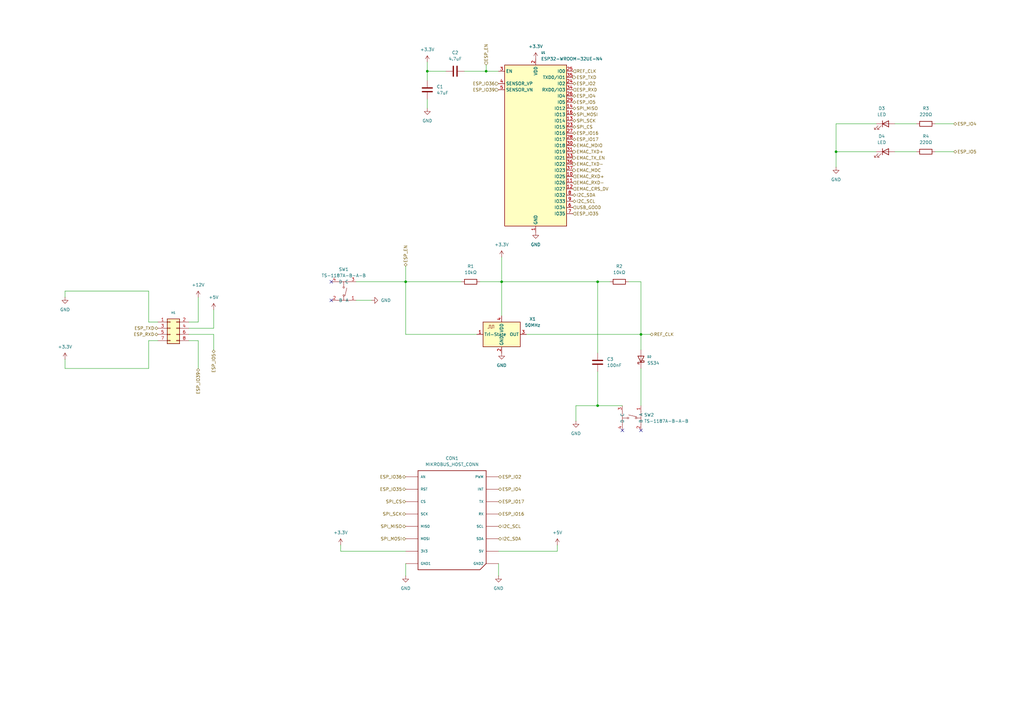
<source format=kicad_sch>
(kicad_sch (version 20231120) (generator "eeschema") (generator_version "8.0")
  (paper "A3")
  (lib_symbols
    (symbol "Connector_Generic:Conn_02x04_Odd_Even" (pin_names (offset 1.016) hide)
      (property "Reference" "J" (at 1.27 5.08 0))
      (property "Value" "Conn_02x04_Odd_Even" (at 1.27 -7.62 0))
      (symbol "Conn_02x04_Odd_Even_1_1"
        (rectangle (start -1.27 -4.953) (end 0 -5.207) (stroke (width 0.1524)))
        (rectangle (start -1.27 -2.413) (end 0 -2.667) (stroke (width 0.1524)))
        (rectangle (start -1.27 0.127) (end 0 -0.127) (stroke (width 0.1524)))
        (rectangle (start -1.27 2.667) (end 0 2.413) (stroke (width 0.1524)))
        (rectangle (start -1.27 3.81) (end 3.81 -6.35) (stroke (width 0.254)) (fill (type background)))
        (rectangle (start 3.81 -4.953) (end 2.54 -5.207) (stroke (width 0.1524)))
        (rectangle (start 3.81 -2.413) (end 2.54 -2.667) (stroke (width 0.1524)))
        (rectangle (start 3.81 0.127) (end 2.54 -0.127) (stroke (width 0.1524)))
        (rectangle (start 3.81 2.667) (end 2.54 2.413) (stroke (width 0.1524)))
        (pin passive line (at -5.08 2.54 0) (length 3.81) (name "Pin_1") (number "1"))
        (pin passive line (at 7.62 2.54 180) (length 3.81) (name "Pin_2") (number "2"))
        (pin passive line (at -5.08 0 0) (length 3.81) (name "Pin_3") (number "3"))
        (pin passive line (at 7.62 0 180) (length 3.81) (name "Pin_4") (number "4"))
        (pin passive line (at -5.08 -2.54 0) (length 3.81) (name "Pin_5") (number "5"))
        (pin passive line (at 7.62 -2.54 180) (length 3.81) (name "Pin_6") (number "6"))
        (pin passive line (at -5.08 -5.08 0) (length 3.81) (name "Pin_7") (number "7"))
        (pin passive line (at 7.62 -5.08 180) (length 3.81) (name "Pin_8") (number "8"))
      )
    )
    (symbol "Device:C" (pin_numbers hide) (pin_names (offset 0.254))
      (property "Reference" "C" (at 0.635 2.54 0))
      (property "Value" "C" (at 0.635 -2.54 0))
      (symbol "C_0_1"
        (polyline (pts (xy -2.032 -0.762) (xy 2.032 -0.762)) (stroke (width 0.508)))
        (polyline (pts (xy -2.032 0.762) (xy 2.032 0.762)) (stroke (width 0.508)))
      )
      (symbol "C_1_1"
        (pin passive line (at 0 3.81 270) (length 2.794) (name "~") (number "1"))
        (pin passive line (at 0 -3.81 90) (length 2.794) (name "~") (number "2"))
      )
    )
    (symbol "Device:LED" (pin_numbers hide) (pin_names (offset 1.016) hide)
      (property "Reference" "D" (at 0 2.54 0))
      (property "Value" "LED" (at 0 -2.54 0))
      (symbol "LED_0_1"
        (polyline (pts (xy -1.27 -1.27) (xy -1.27 1.27)) (stroke (width 0.254)))
        (polyline (pts (xy -1.27 0) (xy 1.27 0)))
        (polyline (pts (xy 1.27 -1.27) (xy 1.27 1.27) (xy -1.27 0) (xy 1.27 -1.27)) (stroke (width 0.254)))
        (polyline (pts (xy -3.048 -0.762) (xy -4.572 -2.286) (xy -3.81 -2.286) (xy -4.572 -2.286) (xy -4.572 -1.524)))
        (polyline (pts (xy -1.778 -0.762) (xy -3.302 -2.286) (xy -2.54 -2.286) (xy -3.302 -2.286) (xy -3.302 -1.524)))
      )
      (symbol "LED_1_1"
        (pin passive line (at -3.81 0 0) (length 2.54) (name "K") (number "1"))
        (pin passive line (at 3.81 0 180) (length 2.54) (name "A") (number "2"))
      )
    )
    (symbol "Device:R" (pin_numbers hide) (pin_names (offset 0))
      (property "Reference" "R" (at 2.032 0 90))
      (property "Value" "R" (at 0 0 90))
      (symbol "R_0_1"
        (rectangle (start -1.016 -2.54) (end 1.016 2.54) (stroke (width 0.254)))
      )
      (symbol "R_1_1"
        (pin passive line (at 0 3.81 270) (length 1.27) (name "~") (number "1"))
        (pin passive line (at 0 -3.81 90) (length 1.27) (name "~") (number "2"))
      )
    )
    (symbol "Library:TS-1187A-B-A-B"
      (property "Reference" "SW" (at 0 7.62 0))
      (property "Value" "TS-1187A-B-A-B" (at 0 -10.16 0))
      (symbol "TS-1187A-B-A-B_0_1"
        (circle (center 0 -2.79) (radius 0.32))
        (polyline (pts (xy -2.54 -5.08) (xy 2.54 -5.08)))
        (polyline (pts (xy -2.54 2.54) (xy 2.54 2.54)))
        (polyline (pts (xy -0.51 0.76) (xy -1.27 -2.54)))
        (polyline (pts (xy 0 -3.3) (xy 0 -5.08)))
        (polyline (pts (xy 0 0.76) (xy 0 2.54)))
        (circle (center 0 0.51) (radius 0.32))
        (pin unspecified line (at -5.08 2.54 0) (length 2.54) (name "A") (number "1"))
        (pin unspecified line (at 5.08 2.54 180) (length 2.54) (name "B") (number "2"))
        (pin unspecified line (at -5.08 -5.08 0) (length 2.54) (name "C") (number "3"))
        (pin unspecified line (at 5.08 -5.08 180) (length 2.54) (name "D") (number "4"))
      )
    )
    (symbol "Oscillator:ASCO"
      (property "Reference" "X" (at -7.62 6.35 0))
      (property "Value" "ASCO" (at 1.27 -6.35 0))
      (symbol "ASCO_0_1"
        (rectangle (start -7.62 5.08) (end 7.62 -5.08) (stroke (width 0.254)) (fill (type background)))
        (polyline (pts (xy -5.715 2.54) (xy -5.08 2.54) (xy -5.08 3.81) (xy -4.445 3.81) (xy -4.445 2.54) (xy -3.81 2.54) (xy -3.81 3.81) (xy -3.175 3.81) (xy -3.175 2.54)))
      )
      (symbol "ASCO_1_1"
        (pin input line (at -10.16 0 0) (length 2.54) (name "Tri-State") (number "1"))
        (pin power_in line (at 0 -7.62 90) (length 2.54) (name "GND") (number "2"))
        (pin output line (at 10.16 0 180) (length 2.54) (name "OUT") (number "3"))
        (pin power_in line (at 0 7.62 270) (length 2.54) (name "VDD") (number "4"))
      )
    )
    (symbol "RF_Module:ESP32-WROOM-32UE"
      (property "Reference" "U" (at -12.7 34.29 0))
      (property "Value" "ESP32-WROOM-32UE" (at 1.27 34.29 0))
      (symbol "ESP32-WROOM-32UE_0_1"
        (rectangle (start -12.7 33.02) (end 12.7 -33.02) (stroke (width 0.254)) (fill (type background)))
      )
      (symbol "ESP32-WROOM-32UE_1_1"
        (pin power_in line (at 0 -35.56 90) (length 2.54) (name "GND") (number "1"))
        (pin bidirectional line (at 15.24 -12.7 180) (length 2.54) (name "IO25") (number "10"))
        (pin bidirectional line (at 15.24 -15.24 180) (length 2.54) (name "IO26") (number "11"))
        (pin bidirectional line (at 15.24 -17.78 180) (length 2.54) (name "IO27") (number "12"))
        (pin bidirectional line (at 15.24 10.16 180) (length 2.54) (name "IO14") (number "13"))
        (pin bidirectional line (at 15.24 15.24 180) (length 2.54) (name "IO12") (number "14"))
        (pin passive line (at 0 -35.56 90) (length 2.54) hide (name "GND") (number "15"))
        (pin bidirectional line (at 15.24 12.7 180) (length 2.54) (name "IO13") (number "16"))
        (pin no_connect line (at -12.7 -5.08 0) (length 2.54) hide (name "NC") (number "17"))
        (pin no_connect line (at -12.7 -7.62 0) (length 2.54) hide (name "NC") (number "18"))
        (pin no_connect line (at -12.7 -12.7 0) (length 2.54) hide (name "NC") (number "19"))
        (pin power_in line (at 0 35.56 270) (length 2.54) (name "VDD") (number "2"))
        (pin no_connect line (at -12.7 -10.16 0) (length 2.54) hide (name "NC") (number "20"))
        (pin no_connect line (at -12.7 0 0) (length 2.54) hide (name "NC") (number "21"))
        (pin no_connect line (at -12.7 -2.54 0) (length 2.54) hide (name "NC") (number "22"))
        (pin bidirectional line (at 15.24 7.62 180) (length 2.54) (name "IO15") (number "23"))
        (pin bidirectional line (at 15.24 25.4 180) (length 2.54) (name "IO2") (number "24"))
        (pin bidirectional line (at 15.24 30.48 180) (length 2.54) (name "IO0") (number "25"))
        (pin bidirectional line (at 15.24 20.32 180) (length 2.54) (name "IO4") (number "26"))
        (pin bidirectional line (at 15.24 5.08 180) (length 2.54) (name "IO16") (number "27"))
        (pin bidirectional line (at 15.24 2.54 180) (length 2.54) (name "IO17") (number "28"))
        (pin bidirectional line (at 15.24 17.78 180) (length 2.54) (name "IO5") (number "29"))
        (pin input line (at -15.24 30.48 0) (length 2.54) (name "EN") (number "3"))
        (pin bidirectional line (at 15.24 0 180) (length 2.54) (name "IO18") (number "30"))
        (pin bidirectional line (at 15.24 -2.54 180) (length 2.54) (name "IO19") (number "31"))
        (pin no_connect line (at -12.7 -27.94 0) (length 2.54) hide (name "NC") (number "32"))
        (pin bidirectional line (at 15.24 -5.08 180) (length 2.54) (name "IO21") (number "33"))
        (pin bidirectional line (at 15.24 22.86 180) (length 2.54) (name "RXD0/IO3") (number "34"))
        (pin bidirectional line (at 15.24 27.94 180) (length 2.54) (name "TXD0/IO1") (number "35"))
        (pin bidirectional line (at 15.24 -7.62 180) (length 2.54) (name "IO22") (number "36"))
        (pin bidirectional line (at 15.24 -10.16 180) (length 2.54) (name "IO23") (number "37"))
        (pin passive line (at 0 -35.56 90) (length 2.54) hide (name "GND") (number "38"))
        (pin passive line (at 0 -35.56 90) (length 2.54) hide (name "GND") (number "39"))
        (pin input line (at -15.24 25.4 0) (length 2.54) (name "SENSOR_VP") (number "4"))
        (pin input line (at -15.24 22.86 0) (length 2.54) (name "SENSOR_VN") (number "5"))
        (pin input line (at 15.24 -25.4 180) (length 2.54) (name "IO34") (number "6"))
        (pin input line (at 15.24 -27.94 180) (length 2.54) (name "IO35") (number "7"))
        (pin bidirectional line (at 15.24 -20.32 180) (length 2.54) (name "IO32") (number "8"))
        (pin bidirectional line (at 15.24 -22.86 180) (length 2.54) (name "IO33") (number "9"))
      )
    )
    (symbol "SS34_1" (pin_numbers hide) (pin_names (offset 1.016) hide)
      (property "Reference" "D" (at 0 2.54 0))
      (property "Value" "SS34" (at 0 -2.54 0))
      (symbol "SS34_1_0_1"
        (polyline (pts (xy 1.27 0) (xy -1.27 0)))
        (polyline (pts (xy 1.27 1.27) (xy 1.27 -1.27) (xy -1.27 0) (xy 1.27 1.27)) (stroke (width 0.254)))
        (polyline (pts (xy -1.905 0.635) (xy -1.905 1.27) (xy -1.27 1.27) (xy -1.27 -1.27) (xy -0.635 -1.27) (xy -0.635 -0.635)) (stroke (width 0.254)))
      )
      (symbol "SS34_1_1_1"
        (pin passive line (at -3.81 0 0) (length 2.54) (name "K") (number "1"))
        (pin passive line (at 3.81 0 180) (length 2.54) (name "A") (number "2"))
      )
    )
    (symbol "mikroBUS:MIKROBUS_MODULE_CONN" (pin_numbers hide) (pin_names (offset 1.016))
      (property "Reference" "CON" (at 10.16 38.1 0))
      (property "Value" "MIKROBUS_MODULE_CONN" (at 2.54 3.81 0))
      (symbol "MIKROBUS_MODULE_CONN_0_0"
        (polyline (pts (xy 0 0) (xy 0 40.64)) (stroke (width 0.254)))
        (polyline (pts (xy 0 40.64) (xy 27.94 40.64)) (stroke (width 0.254)))
        (polyline (pts (xy 25.4 0) (xy 0 0)) (stroke (width 0.254)))
        (polyline (pts (xy 27.94 2.54) (xy 25.4 0)) (stroke (width 0.254)))
        (polyline (pts (xy 27.94 40.64) (xy 27.94 2.54)) (stroke (width 0.254)))
        (pin bidirectional line (at -5.08 38.1 0) (length 5.08) (name "AN") (number "P1"))
        (pin power_in line (at 33.02 7.62 180) (length 5.08) (name "5V") (number "P10"))
        (pin bidirectional line (at 33.02 12.7 180) (length 5.08) (name "SDA") (number "P11"))
        (pin bidirectional line (at 33.02 17.78 180) (length 5.08) (name "SCL") (number "P12"))
        (pin bidirectional line (at 33.02 22.86 180) (length 5.08) (name "RX") (number "P13"))
        (pin bidirectional line (at 33.02 27.94 180) (length 5.08) (name "TX") (number "P14"))
        (pin bidirectional line (at 33.02 33.02 180) (length 5.08) (name "INT") (number "P15"))
        (pin bidirectional line (at 33.02 38.1 180) (length 5.08) (name "PWM") (number "P16"))
        (pin bidirectional line (at -5.08 33.02 0) (length 5.08) (name "RST") (number "P2"))
        (pin bidirectional line (at -5.08 27.94 0) (length 5.08) (name "CS") (number "P3"))
        (pin bidirectional line (at -5.08 22.86 0) (length 5.08) (name "SCK") (number "P4"))
        (pin bidirectional line (at -5.08 17.78 0) (length 5.08) (name "MISO") (number "P5"))
        (pin bidirectional line (at -5.08 12.7 0) (length 5.08) (name "MOSI") (number "P6"))
        (pin power_in line (at -5.08 7.62 0) (length 5.08) (name "3V3") (number "P7"))
        (pin bidirectional line (at -5.08 2.54 0) (length 5.08) (name "GND1") (number "P8"))
        (pin bidirectional line (at 33.02 2.54 180) (length 5.08) (name "GND2") (number "P9"))
      )
    )
    (symbol "power:+12V" (power) (pin_numbers hide) (pin_names (offset 0) hide)
      (property "Value" "+12V" (at 0 3.556 0))
      (symbol "+12V_0_1"
        (polyline (pts (xy -0.762 1.27) (xy 0 2.54)))
        (polyline (pts (xy 0 0) (xy 0 2.54)))
        (polyline (pts (xy 0 2.54) (xy 0.762 1.27)))
      )
      (symbol "+12V_1_1"
        (pin power_in line (at 0 0 90) (length 0) (name "~") (number "1"))
      )
    )
    (symbol "power:+3.3V" (power) (pin_numbers hide) (pin_names (offset 0) hide)
      (property "Value" "+3.3V" (at 0 3.556 0))
      (symbol "+3.3V_0_1"
        (polyline (pts (xy -0.762 1.27) (xy 0 2.54)))
        (polyline (pts (xy 0 0) (xy 0 2.54)))
        (polyline (pts (xy 0 2.54) (xy 0.762 1.27)))
      )
      (symbol "+3.3V_1_1"
        (pin power_in line (at 0 0 90) (length 0) (name "~") (number "1"))
      )
    )
    (symbol "power:+5V" (power) (pin_numbers hide) (pin_names (offset 0) hide)
      (property "Value" "+5V" (at 0 3.556 0))
      (symbol "+5V_0_1"
        (polyline (pts (xy -0.762 1.27) (xy 0 2.54)))
        (polyline (pts (xy 0 0) (xy 0 2.54)))
        (polyline (pts (xy 0 2.54) (xy 0.762 1.27)))
      )
      (symbol "+5V_1_1"
        (pin power_in line (at 0 0 90) (length 0) (name "~") (number "1"))
      )
    )
    (symbol "power:GND" (power) (pin_numbers hide) (pin_names (offset 0) hide)
      (property "Value" "GND" (at 0 -3.81 0))
      (symbol "GND_0_1"
        (polyline (pts (xy 0 0) (xy 0 -1.27) (xy 1.27 -1.27) (xy 0 -2.54) (xy -1.27 -1.27) (xy 0 -1.27)))
      )
      (symbol "GND_1_1"
        (pin power_in line (at 0 0 270) (length 0) (name "~") (number "1"))
      )
    )
  )
  (junction (at 262.89 137.16))
  (junction (at 175.26 29.21))
  (junction (at 199.39 29.21))
  (junction (at 166.37 115.57))
  (junction (at 245.11 115.57))
  (junction (at 342.9 62.23))
  (junction (at 205.74 115.57))
  (junction (at 245.11 166.37))
  (no_connect (at 255.27 176.53))
  (no_connect (at 262.89 176.53))
  (no_connect (at 135.89 123.19))
  (no_connect (at 135.89 115.57))
  (wire (pts (xy 175.26 33.02) (xy 175.26 29.21)))
  (wire (pts (xy 166.37 115.57) (xy 166.37 109.22)))
  (wire (pts (xy 77.47 137.16) (xy 87.63 137.16)))
  (wire (pts (xy 60.96 119.38) (xy 60.96 132.08)))
  (wire (pts (xy 367.03 62.23) (xy 375.92 62.23)))
  (wire (pts (xy 166.37 236.22) (xy 166.37 231.14)))
  (wire (pts (xy 175.26 29.21) (xy 182.88 29.21)))
  (wire (pts (xy 166.37 115.57) (xy 189.23 115.57)))
  (wire (pts (xy 152.4 123.19) (xy 146.05 123.19)))
  (wire (pts (xy 262.89 137.16) (xy 262.89 143.51)))
  (wire (pts (xy 205.74 105.41) (xy 205.74 115.57)))
  (wire (pts (xy 245.11 166.37) (xy 236.22 166.37)))
  (wire (pts (xy 175.26 25.4) (xy 175.26 29.21)))
  (wire (pts (xy 245.11 115.57) (xy 245.11 144.78)))
  (wire (pts (xy 26.67 151.13) (xy 26.67 147.32)))
  (wire (pts (xy 166.37 137.16) (xy 195.58 137.16)))
  (wire (pts (xy 77.47 134.62) (xy 87.63 134.62)))
  (wire (pts (xy 228.6 226.06) (xy 204.47 226.06)))
  (wire (pts (xy 199.39 26.67) (xy 199.39 29.21)))
  (wire (pts (xy 175.26 44.45) (xy 175.26 40.64)))
  (wire (pts (xy 342.9 68.58) (xy 342.9 62.23)))
  (wire (pts (xy 87.63 143.51) (xy 87.63 137.16)))
  (wire (pts (xy 215.9 137.16) (xy 262.89 137.16)))
  (wire (pts (xy 342.9 62.23) (xy 342.9 50.8)))
  (wire (pts (xy 204.47 236.22) (xy 204.47 231.14)))
  (wire (pts (xy 205.74 115.57) (xy 205.74 129.54)))
  (wire (pts (xy 245.11 152.4) (xy 245.11 166.37)))
  (wire (pts (xy 228.6 223.52) (xy 228.6 226.06)))
  (wire (pts (xy 359.41 62.23) (xy 342.9 62.23)))
  (wire (pts (xy 26.67 121.92) (xy 26.67 119.38)))
  (wire (pts (xy 77.47 139.7) (xy 81.28 139.7)))
  (wire (pts (xy 342.9 50.8) (xy 359.41 50.8)))
  (wire (pts (xy 87.63 127) (xy 87.63 134.62)))
  (wire (pts (xy 139.7 226.06) (xy 166.37 226.06)))
  (wire (pts (xy 81.28 121.92) (xy 81.28 132.08)))
  (wire (pts (xy 236.22 172.72) (xy 236.22 166.37)))
  (wire (pts (xy 250.19 115.57) (xy 245.11 115.57)))
  (wire (pts (xy 262.89 137.16) (xy 266.7 137.16)))
  (wire (pts (xy 262.89 137.16) (xy 262.89 115.57)))
  (wire (pts (xy 255.27 166.37) (xy 245.11 166.37)))
  (wire (pts (xy 205.74 115.57) (xy 245.11 115.57)))
  (wire (pts (xy 77.47 132.08) (xy 81.28 132.08)))
  (wire (pts (xy 262.89 151.13) (xy 262.89 166.37)))
  (wire (pts (xy 139.7 223.52) (xy 139.7 226.06)))
  (wire (pts (xy 146.05 115.57) (xy 166.37 115.57)))
  (wire (pts (xy 60.96 132.08) (xy 64.77 132.08)))
  (wire (pts (xy 26.67 119.38) (xy 60.96 119.38)))
  (wire (pts (xy 166.37 115.57) (xy 166.37 137.16)))
  (wire (pts (xy 196.85 115.57) (xy 205.74 115.57)))
  (wire (pts (xy 190.5 29.21) (xy 199.39 29.21)))
  (wire (pts (xy 383.54 62.23) (xy 391.16 62.23)))
  (wire (pts (xy 60.96 151.13) (xy 60.96 139.7)))
  (wire (pts (xy 375.92 50.8) (xy 367.03 50.8)))
  (wire (pts (xy 81.28 139.7) (xy 81.28 151.13)))
  (wire (pts (xy 60.96 151.13) (xy 26.67 151.13)))
  (wire (pts (xy 262.89 115.57) (xy 257.81 115.57)))
  (wire (pts (xy 199.39 29.21) (xy 204.47 29.21)))
  (wire (pts (xy 383.54 50.8) (xy 391.16 50.8)))
  (wire (pts (xy 60.96 139.7) (xy 64.77 139.7)))
  (hierarchical_label "EMAC_TX_EN" (shape output) (at 234.95 64.77 0))
  (hierarchical_label "ESP_EN" (shape input) (at 199.39 26.67 90))
  (hierarchical_label "SPI_MOSI" (shape bidirectional) (at 166.37 220.98 180))
  (hierarchical_label "ESP_IO36" (shape input) (at 204.47 34.29 180))
  (hierarchical_label "ESP_IO4" (shape bidirectional) (at 234.95 39.37 0))
  (hierarchical_label "EMAC_MDIO" (shape bidirectional) (at 234.95 59.69 0))
  (hierarchical_label "ESP_IO5" (shape bidirectional) (at 234.95 41.91 0))
  (hierarchical_label "ESP_IO5" (shape bidirectional) (at 391.16 62.23 0))
  (hierarchical_label "ESP_RXD" (shape bidirectional) (at 64.77 137.16 180))
  (hierarchical_label "SPI_SCK" (shape bidirectional) (at 166.37 210.82 180))
  (hierarchical_label "I2C_SCL" (shape bidirectional) (at 204.47 215.9 0))
  (hierarchical_label "ESP_IO36" (shape bidirectional) (at 166.37 195.58 180))
  (hierarchical_label "ESP_IO16" (shape bidirectional) (at 204.47 210.82 0))
  (hierarchical_label "EMAC_TXD-" (shape output) (at 234.95 67.31 0))
  (hierarchical_label "ESP_RXD" (shape input) (at 234.95 36.83 0))
  (hierarchical_label "ESP_IO5" (shape bidirectional) (at 87.63 143.51 270))
  (hierarchical_label "EMAC_MDC" (shape output) (at 234.95 69.85 0))
  (hierarchical_label "SPI_SCK" (shape bidirectional) (at 234.95 49.53 0))
  (hierarchical_label "ESP_IO16" (shape bidirectional) (at 234.95 54.61 0))
  (hierarchical_label "SPI_MISO" (shape bidirectional) (at 234.95 44.45 0))
  (hierarchical_label "EMAC_RXD+" (shape input) (at 234.95 72.39 0))
  (hierarchical_label "I2C_SDA" (shape bidirectional) (at 234.95 80.01 0))
  (hierarchical_label "ESP_IO35" (shape input) (at 234.95 87.63 0))
  (hierarchical_label "I2C_SDA" (shape bidirectional) (at 204.47 220.98 0))
  (hierarchical_label "SPI_MOSI" (shape bidirectional) (at 234.95 46.99 0))
  (hierarchical_label "EMAC_TXD+" (shape output) (at 234.95 62.23 0))
  (hierarchical_label "ESP_IO17" (shape bidirectional) (at 234.95 57.15 0))
  (hierarchical_label "EMAC_CRS_DV" (shape input) (at 234.95 77.47 0))
  (hierarchical_label "SPI_CS" (shape bidirectional) (at 166.37 205.74 180))
  (hierarchical_label "ESP_IO39" (shape bidirectional) (at 81.28 151.13 270))
  (hierarchical_label "ESP_IO4" (shape bidirectional) (at 391.16 50.8 0))
  (hierarchical_label "USB_GOOD" (shape input) (at 234.95 85.09 0))
  (hierarchical_label "SPI_CS" (shape bidirectional) (at 234.95 52.07 0))
  (hierarchical_label "ESP_TXD" (shape output) (at 234.95 31.75 0))
  (hierarchical_label "ESP_IO2" (shape bidirectional) (at 204.47 195.58 0))
  (hierarchical_label "ESP_EN" (shape bidirectional) (at 166.37 109.22 90))
  (hierarchical_label "SPI_MISO" (shape bidirectional) (at 166.37 215.9 180))
  (hierarchical_label "I2C_SCL" (shape bidirectional) (at 234.95 82.55 0))
  (hierarchical_label "ESP_IO4" (shape bidirectional) (at 204.47 200.66 0))
  (hierarchical_label "ESP_TXD" (shape bidirectional) (at 64.77 134.62 180))
  (hierarchical_label "REF_CLK" (shape bidirectional) (at 266.7 137.16 0))
  (hierarchical_label "EMAC_RXD-" (shape input) (at 234.95 74.93 0))
  (hierarchical_label "REF_CLK" (shape input) (at 234.95 29.21 0))
  (hierarchical_label "ESP_IO17" (shape bidirectional) (at 204.47 205.74 0))
  (hierarchical_label "ESP_IO39" (shape input) (at 204.47 36.83 180))
  (hierarchical_label "ESP_IO2" (shape bidirectional) (at 234.95 34.29 0))
  (hierarchical_label "ESP_IO35" (shape bidirectional) (at 166.37 200.66 180))
  (symbol (lib_id "power:GND") (at 152.4 123.19 90) (unit 1)
    (property "Reference" "#PWR06" (effects (hide yes)))
    (property "Value" "GND" (at 156.21 123.1899 90) (effects (justify right)))
    (property "Description" "Power symbol creates a global label with name \"GND\" , ground" (effects (hide yes)))
  )
  (symbol (lib_id "Library:TS-1187A-B-A-B") (at 140.97 120.65 180) (unit 1)
    (property "Reference" "SW1" (at 140.97 110.49 0))
    (property "Value" "TS-1187A-B-A-B" (at 140.97 113.03 0))
    (property "Footprint" "Library:SW-SMD_4P-L5.1-W5.1-P3.70-LS6.5-TL-2" (effects (hide yes)))
    (property "Datasheet" "https://lcsc.com/product-detail/Tactile-Switches_XKB-Enterprise-TS-1187-B-A-A_C318884.html" (effects (hide yes)))
    (property "Manufacturer Part" "Reset Switch" (effects (hide yes)))
    (property "LCSC" "C318884" (effects (hide yes)))
    (property "LCSC Part" "C318884" (effects (hide yes)))
  )
  (symbol (lib_id "power:+5V") (at 228.6 223.52 0) (unit 1)
    (property "Reference" "#PWR015" (effects (hide yes)))
    (property "Value" "+5V" (at 228.6 218.44 0))
    (property "Description" "Power symbol creates a global label with name \"+5V\"" (effects (hide yes)))
  )
  (symbol (lib_id "power:GND") (at 219.71 95.25 0) (unit 1)
    (property "Reference" "#PWR014" (effects (hide yes)))
    (property "Value" "GND" (at 219.71 100.33 0))
    (property "Description" "Power symbol creates a global label with name \"GND\" , ground" (effects (hide yes)))
  )
  (symbol (lib_name "SS34_1") (lib_id "Diode:SS34") (at 262.89 147.32 90) (unit 1)
    (property "Reference" "D2" (at 265.43 146.3674 90) (effects (font (size 0.8382 0.8382)) (justify right)))
    (property "Value" "SS34" (at 265.43 148.9074 90) (effects (justify right)))
    (property "Footprint" "Diode_SMD:D_SMA" (effects (hide yes)))
    (property "Datasheet" "https://www.vishay.com/docs/88751/ss32.pdf" (effects (hide yes)))
    (property "Description" "40V 3A Schottky Diode, SMA" (effects (hide yes)))
    (property "LCSC" "C8678" (effects (hide yes)))
  )
  (symbol (lib_id "power:GND") (at 26.67 121.92 0) (unit 1)
    (property "Reference" "#PWR01" (effects (hide yes)))
    (property "Value" "GND" (at 26.67 127 0))
    (property "Description" "Power symbol creates a global label with name \"GND\" , ground" (effects (hide yes)))
  )
  (symbol (lib_id "power:GND") (at 166.37 236.22 0) (unit 1)
    (property "Reference" "#PWR07" (effects (hide yes)))
    (property "Value" "GND" (at 166.37 241.3 0))
    (property "Description" "Power symbol creates a global label with name \"GND\" , ground" (effects (hide yes)))
  )
  (symbol (lib_id "Device:C") (at 175.26 36.83 0) (unit 1)
    (property "Reference" "C1" (at 179.07 35.5599 0) (effects (justify left)))
    (property "Value" "47uF" (at 179.07 38.0999 0) (effects (justify left)))
    (property "Footprint" "Capacitor_SMD:C_0805_2012Metric" (effects (hide yes)))
    (property "Description" "Unpolarized capacitor" (effects (hide yes)))
  )
  (symbol (lib_id "Device:LED") (at 363.22 50.8 0) (unit 1)
    (property "Reference" "D3" (at 361.6325 44.45 0))
    (property "Value" "LED" (at 361.6325 46.99 0))
    (property "Footprint" "LED_SMD:LED_0805_2012Metric" (effects (hide yes)))
    (property "Description" "Light emitting diode" (effects (hide yes)))
    (property "LCSC" "C34499" (effects (hide yes)))
  )
  (symbol (lib_id "power:GND") (at 236.22 172.72 0) (unit 1)
    (property "Reference" "#PWR016" (effects (hide yes)))
    (property "Value" "GND" (at 236.22 177.8 0))
    (property "Description" "Power symbol creates a global label with name \"GND\" , ground" (effects (hide yes)))
  )
  (symbol (lib_id "Device:LED") (at 363.22 62.23 0) (unit 1)
    (property "Reference" "D4" (at 361.6325 55.88 0))
    (property "Value" "LED" (at 361.6325 58.42 0))
    (property "Footprint" "LED_SMD:LED_0805_2012Metric" (effects (hide yes)))
    (property "Description" "Light emitting diode" (effects (hide yes)))
    (property "LCSC" "C34499" (effects (hide yes)))
  )
  (symbol (lib_id "Oscillator:ASCO") (at 205.74 137.16 0) (unit 1)
    (property "Reference" "X1" (at 218.44 130.8414 0))
    (property "Value" "50MHz" (at 218.44 133.3814 0))
    (property "Footprint" "Crystal:Crystal_SMD_3225-4Pin_3.2x2.5mm" (effects (hide yes)))
    (property "Datasheet" "https://abracon.com/Oscillators/ASCO.pdf" (effects (hide yes)))
    (property "Description" "Crystal Clock Oscillator, Abracon ASCO" (effects (hide yes)))
    (property "LCSC" "C717684" (effects (hide yes)))
  )
  (symbol (lib_id "Library:TS-1187A-B-A-B") (at 260.35 171.45 270) (unit 1)
    (property "Reference" "SW2" (at 264.16 170.1799 90) (effects (justify left)))
    (property "Value" "TS-1187A-B-A-B" (at 264.16 172.7199 90) (effects (justify left)))
    (property "Footprint" "Library:SW-SMD_4P-L5.1-W5.1-P3.70-LS6.5-TL-2" (effects (hide yes)))
    (property "Datasheet" "https://lcsc.com/product-detail/Tactile-Switches_XKB-Enterprise-TS-1187-B-A-A_C318884.html" (effects (hide yes)))
    (property "Manufacturer Part" "Boot Switch" (effects (hide yes)))
    (property "LCSC" "C318884" (effects (hide yes)))
    (property "LCSC Part" "C318884" (effects (hide yes)))
  )
  (symbol (lib_id "Device:R") (at 254 115.57 90) (unit 1)
    (property "Reference" "R2" (at 254 109.22 90))
    (property "Value" "10kΩ" (at 254 111.76 90))
    (property "Footprint" "Resistor_SMD:R_0603_1608Metric" (effects (hide yes)))
    (property "Description" "Resistor" (effects (hide yes)))
  )
  (symbol (lib_id "power:+3.3V") (at 26.67 147.32 0) (unit 1)
    (property "Reference" "#PWR02" (effects (hide yes)))
    (property "Value" "+3.3V" (at 26.67 142.24 0))
    (property "Description" "Power symbol creates a global label with name \"+3.3V\"" (effects (hide yes)))
  )
  (symbol (lib_id "power:+3.3V") (at 139.7 223.52 0) (unit 1)
    (property "Reference" "#PWR05" (effects (hide yes)))
    (property "Value" "+3.3V" (at 139.7 218.44 0))
    (property "Description" "Power symbol creates a global label with name \"+3.3V\"" (effects (hide yes)))
  )
  (symbol (lib_id "power:+12V") (at 81.28 121.92 0) (unit 1)
    (property "Reference" "#PWR03" (effects (hide yes)))
    (property "Value" "+12V" (at 81.28 116.84 0))
    (property "Description" "Power symbol creates a global label with name \"+12V\"" (effects (hide yes)))
  )
  (symbol (lib_id "RF_Module:ESP32-WROOM-32UE") (at 219.71 59.69 0) (unit 1)
    (property "Reference" "U1" (at 221.9041 21.59 0) (effects (font (size 0.8382 0.8382)) (justify left)))
    (property "Value" "ESP32-WROOM-32UE-N4" (at 221.9041 24.13 0) (effects (justify left)))
    (property "Footprint" "RF_Module:ESP32-WROOM-32UE" (effects (hide yes)))
    (property "Datasheet" "https://www.espressif.com/sites/default/files/documentation/esp32-wroom-32e_esp32-wroom-32ue_datasheet_en.pdf" (effects (hide yes)))
    (property "Description" "RF Module, ESP32-D0WD-V3 SoC, without PSRAM, Wi-Fi 802.11b/g/n, Bluetooth, BLE, 32-bit, 2.7-3.6V, external antenna, SMD" (effects (hide yes)))
    (property "LCSC" "C701344" (effects (hide yes)))
  )
  (symbol (lib_id "Connector_Generic:Conn_02x04_Odd_Even") (at 69.85 134.62 0) (unit 1)
    (property "Reference" "H1" (at 71.12 128.27 0) (effects (font (size 0.8382 0.8382))))
    (property "Footprint" "Connector_PinHeader_2.54mm:PinHeader_2x04_P2.54mm_Vertical_SMD" (effects (hide yes)))
    (property "Description" "Generic connector, double row, 02x04, odd/even pin numbering scheme (row 1 odd numbers, row 2 even numbers), script generated (kicad-library-utils/schlib/autogen/connector/)" (effects (hide yes)))
    (property "Manufacturer Part" "Programming Header" (effects (hide yes)))
    (property "LCSC" "C192300" (effects (hide yes)))
  )
  (symbol (lib_id "Device:R") (at 379.73 50.8 90) (unit 1)
    (property "Reference" "R3" (at 379.73 44.45 90))
    (property "Value" "220Ω" (at 379.73 46.99 90))
    (property "Footprint" "Resistor_SMD:R_0603_1608Metric" (effects (hide yes)))
    (property "Description" "Resistor" (effects (hide yes)))
  )
  (symbol (lib_id "power:+3.3V") (at 219.71 24.13 0) (unit 1)
    (property "Reference" "#PWR013" (effects (hide yes)))
    (property "Value" "+3.3V" (at 219.71 19.05 0))
    (property "Description" "Power symbol creates a global label with name \"+3.3V\"" (effects (hide yes)))
  )
  (symbol (lib_id "Device:R") (at 193.04 115.57 90) (unit 1)
    (property "Reference" "R1" (at 193.04 109.22 90))
    (property "Value" "10kΩ" (at 193.04 111.76 90))
    (property "Footprint" "Resistor_SMD:R_0603_1608Metric" (effects (hide yes)))
    (property "Description" "Resistor" (effects (hide yes)))
  )
  (symbol (lib_id "power:+5V") (at 87.63 127 0) (unit 1)
    (property "Reference" "#PWR04" (effects (hide yes)))
    (property "Value" "+5V" (at 87.63 121.92 0))
    (property "Description" "Power symbol creates a global label with name \"+5V\"" (effects (hide yes)))
  )
  (symbol (lib_id "Device:C") (at 245.11 148.59 0) (unit 1)
    (property "Reference" "C3" (at 248.92 147.3199 0) (effects (justify left)))
    (property "Value" "100nF" (at 248.92 149.8599 0) (effects (justify left)))
    (property "Footprint" "Capacitor_SMD:C_0603_1608Metric" (effects (hide yes)))
    (property "Description" "Unpolarized capacitor" (effects (hide yes)))
  )
  (symbol (lib_id "mikroBUS:MIKROBUS_MODULE_CONN") (at 171.45 233.68 0) (unit 1)
    (property "Reference" "CON1" (at 185.42 187.96 0))
    (property "Value" "MIKROBUS_HOST_CONN" (at 185.42 190.5 0))
    (property "Footprint" "mikroBUS:MIKROBUS_HOST_CONN" (effects (hide yes)))
    (property "Description" "MikroBUS host connector" (effects (hide yes)))
  )
  (symbol (lib_id "power:GND") (at 175.26 44.45 0) (unit 1)
    (property "Reference" "#PWR09" (effects (hide yes)))
    (property "Value" "GND" (at 175.26 49.53 0))
    (property "Description" "Power symbol creates a global label with name \"GND\" , ground" (effects (hide yes)))
  )
  (symbol (lib_id "power:+3.3V") (at 205.74 105.41 0) (unit 1)
    (property "Reference" "#PWR011" (effects (hide yes)))
    (property "Value" "+3.3V" (at 205.74 100.33 0))
    (property "Description" "Power symbol creates a global label with name \"+3.3V\"" (effects (hide yes)))
  )
  (symbol (lib_id "power:GND") (at 205.74 144.78 0) (unit 1)
    (property "Reference" "#PWR012" (effects (hide yes)))
    (property "Value" "GND" (at 205.74 149.86 0))
    (property "Description" "Power symbol creates a global label with name \"GND\" , ground" (effects (hide yes)))
  )
  (symbol (lib_id "power:GND") (at 204.47 236.22 0) (unit 1)
    (property "Reference" "#PWR010" (effects (hide yes)))
    (property "Value" "GND" (at 204.47 241.3 0))
    (property "Description" "Power symbol creates a global label with name \"GND\" , ground" (effects (hide yes)))
  )
  (symbol (lib_id "power:GND") (at 342.9 68.58 0) (unit 1)
    (property "Reference" "#PWR017" (effects (hide yes)))
    (property "Value" "GND" (at 342.9 73.66 0))
    (property "Description" "Power symbol creates a global label with name \"GND\" , ground" (effects (hide yes)))
  )
  (symbol (lib_id "Device:R") (at 379.73 62.23 90) (unit 1)
    (property "Reference" "R4" (at 379.73 55.88 90))
    (property "Value" "220Ω" (at 379.73 58.42 90))
    (property "Footprint" "Resistor_SMD:R_0603_1608Metric" (effects (hide yes)))
    (property "Description" "Resistor" (effects (hide yes)))
  )
  (symbol (lib_id "power:+3.3V") (at 175.26 25.4 0) (unit 1)
    (property "Reference" "#PWR08" (effects (hide yes)))
    (property "Value" "+3.3V" (at 175.26 20.32 0))
    (property "Description" "Power symbol creates a global label with name \"+3.3V\"" (effects (hide yes)))
  )
  (symbol (lib_id "Device:C") (at 186.69 29.21 270) (unit 1)
    (property "Reference" "C2" (at 186.69 21.59 90))
    (property "Value" "4.7uF" (at 186.69 24.13 90))
    (property "Footprint" "Capacitor_SMD:C_0603_1608Metric" (effects (hide yes)))
    (property "Description" "Unpolarized capacitor" (effects (hide yes)))
  )
)
</source>
